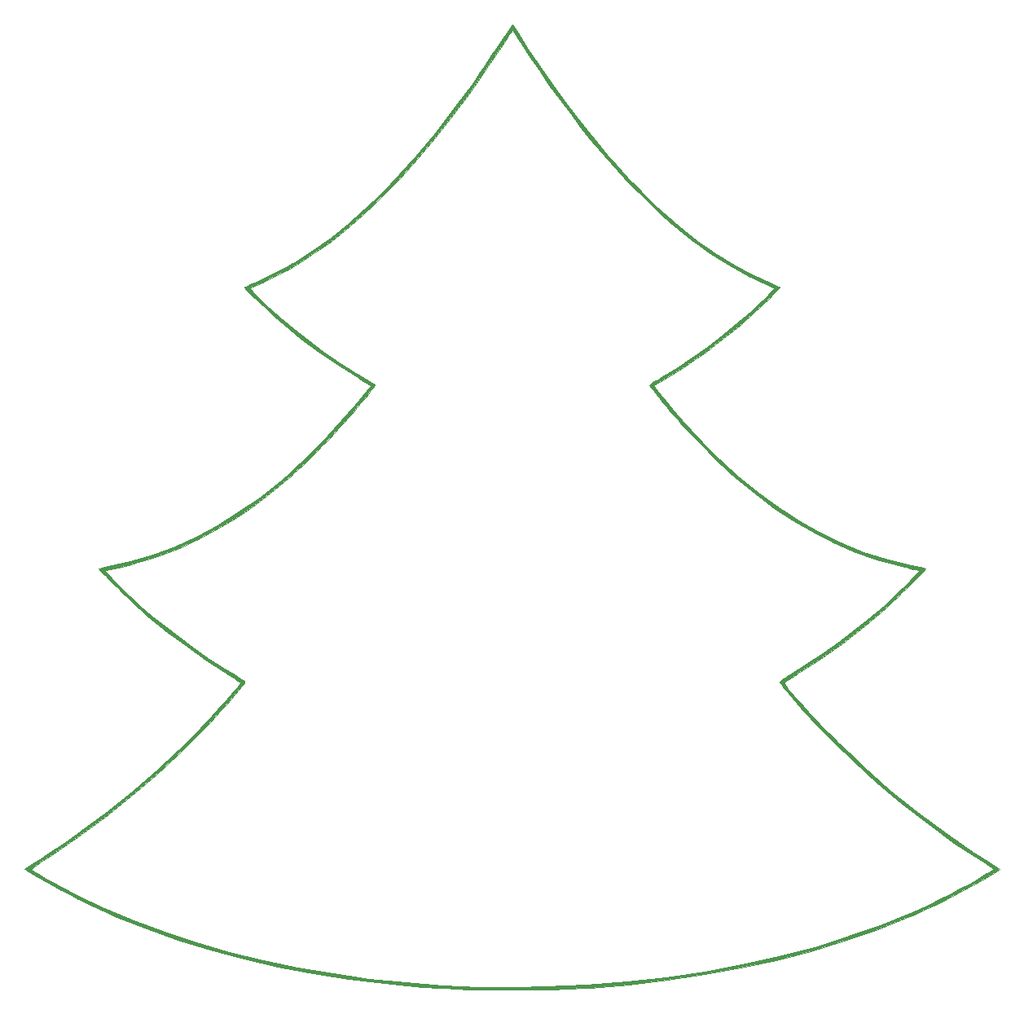
<source format=gm1>
G04 #@! TF.FileFunction,Profile,NP*
%FSLAX46Y46*%
G04 Gerber Fmt 4.6, Leading zero omitted, Abs format (unit mm)*
G04 Created by KiCad (PCBNEW 4.0.5) date 04/19/17 16:41:43*
%MOMM*%
%LPD*%
G01*
G04 APERTURE LIST*
%ADD10C,0.100000*%
%ADD11C,0.010000*%
G04 APERTURE END LIST*
D10*
D11*
G36*
X151600127Y-49513094D02*
X152829179Y-51419890D01*
X154138575Y-53359569D01*
X155506162Y-55302122D01*
X156909787Y-57217536D01*
X158327299Y-59075800D01*
X159736544Y-60846901D01*
X161115370Y-62500829D01*
X161605215Y-63067713D01*
X162139902Y-63666606D01*
X162757688Y-64335859D01*
X163431598Y-65047900D01*
X164134655Y-65775157D01*
X164839883Y-66490060D01*
X165520307Y-67165037D01*
X166148949Y-67772516D01*
X166698833Y-68284927D01*
X166793333Y-68370296D01*
X168628518Y-69946746D01*
X170462907Y-71380954D01*
X172289705Y-72668443D01*
X174102114Y-73804733D01*
X175893339Y-74785348D01*
X177656581Y-75605810D01*
X177977561Y-75739027D01*
X178354588Y-75895396D01*
X178674624Y-76033550D01*
X178904647Y-76138856D01*
X179011631Y-76196682D01*
X179012822Y-76197742D01*
X178973867Y-76272053D01*
X178823454Y-76444188D01*
X178576923Y-76699744D01*
X178249616Y-77024315D01*
X177856877Y-77403498D01*
X177414045Y-77822888D01*
X176936464Y-78268081D01*
X176439475Y-78724672D01*
X175938420Y-79178258D01*
X175448641Y-79614433D01*
X174985479Y-80018793D01*
X174564277Y-80376935D01*
X174540333Y-80396924D01*
X173481777Y-81260129D01*
X172418560Y-82086137D01*
X171325922Y-82892264D01*
X170179103Y-83695829D01*
X168953342Y-84514146D01*
X167623879Y-85364532D01*
X166165954Y-86264304D01*
X166050729Y-86334268D01*
X165986845Y-86378456D01*
X165955901Y-86430894D01*
X165969333Y-86510677D01*
X166038574Y-86636899D01*
X166175059Y-86828654D01*
X166390220Y-87105037D01*
X166695493Y-87485143D01*
X166866521Y-87696612D01*
X167894408Y-88932522D01*
X168988755Y-90185148D01*
X170124240Y-91428005D01*
X171275537Y-92634610D01*
X172417326Y-93778478D01*
X173524281Y-94833125D01*
X174571081Y-95772066D01*
X174667333Y-95855020D01*
X176782874Y-97579954D01*
X178917322Y-99137778D01*
X181073564Y-100529956D01*
X183254487Y-101757954D01*
X185462975Y-102823235D01*
X187701917Y-103727263D01*
X189974197Y-104471503D01*
X192282704Y-105057418D01*
X193162291Y-105237377D01*
X193537547Y-105311828D01*
X193847151Y-105378240D01*
X194055801Y-105428716D01*
X194127544Y-105453322D01*
X194084141Y-105524254D01*
X193934782Y-105696389D01*
X193695586Y-105953578D01*
X193382676Y-106279675D01*
X193012172Y-106658533D01*
X192600196Y-107074003D01*
X192162867Y-107509940D01*
X191716307Y-107950195D01*
X191276637Y-108378622D01*
X190859977Y-108779073D01*
X190482449Y-109135402D01*
X190160173Y-109431459D01*
X190119000Y-109468414D01*
X187885300Y-111368717D01*
X185494909Y-113215090D01*
X182952861Y-115003779D01*
X180936277Y-116313693D01*
X180490422Y-116596569D01*
X180095883Y-116852520D01*
X179774458Y-117066939D01*
X179547945Y-117225222D01*
X179438144Y-117312761D01*
X179431457Y-117321963D01*
X179473127Y-117427636D01*
X179622169Y-117641683D01*
X179867281Y-117951687D01*
X180197160Y-118345229D01*
X180600505Y-118809893D01*
X181066015Y-119333261D01*
X181582387Y-119902917D01*
X182138319Y-120506442D01*
X182722510Y-121131420D01*
X183323658Y-121765433D01*
X183930461Y-122396065D01*
X184531617Y-123010897D01*
X185115825Y-123597512D01*
X185388853Y-123867333D01*
X187893920Y-126229249D01*
X190539614Y-128533573D01*
X193301654Y-130761168D01*
X196155758Y-132892893D01*
X199077645Y-134909610D01*
X200853107Y-136056408D01*
X201850548Y-136684183D01*
X201232373Y-137082550D01*
X200408263Y-137592893D01*
X199455885Y-138147003D01*
X198405535Y-138729221D01*
X197287507Y-139323888D01*
X196132097Y-139915345D01*
X194969601Y-140487933D01*
X193830313Y-141025993D01*
X192744530Y-141513867D01*
X192241396Y-141729780D01*
X189014902Y-143007198D01*
X185667703Y-144170263D01*
X182204956Y-145217904D01*
X178631815Y-146149049D01*
X174953437Y-146962628D01*
X171174978Y-147657568D01*
X167301595Y-148232800D01*
X163338443Y-148687251D01*
X159290679Y-149019850D01*
X156379333Y-149180944D01*
X155752985Y-149203118D01*
X154985312Y-149221097D01*
X154104273Y-149234900D01*
X153137824Y-149244547D01*
X152113923Y-149250057D01*
X151060526Y-149251449D01*
X150005590Y-149248741D01*
X148977074Y-149241954D01*
X148002933Y-149231105D01*
X147111124Y-149216216D01*
X146329606Y-149197303D01*
X145686334Y-149174387D01*
X145669000Y-149173617D01*
X141778293Y-148938072D01*
X137937528Y-148582777D01*
X134155739Y-148109730D01*
X130441957Y-147520925D01*
X126805214Y-146818358D01*
X123254544Y-146004024D01*
X119798977Y-145079918D01*
X116447548Y-144048037D01*
X113209287Y-142910374D01*
X110093228Y-141668926D01*
X108458000Y-140953132D01*
X107669818Y-140587464D01*
X106819727Y-140176727D01*
X105932119Y-139733899D01*
X105031385Y-139271960D01*
X104141918Y-138803887D01*
X103288108Y-138342661D01*
X102494348Y-137901260D01*
X101785028Y-137492664D01*
X101184542Y-137129850D01*
X100773481Y-136864151D01*
X100585880Y-136737248D01*
X101202773Y-136737248D01*
X101241727Y-136781721D01*
X101614533Y-137022835D01*
X102117567Y-137324079D01*
X102727910Y-137673333D01*
X103422644Y-138058475D01*
X104178851Y-138467385D01*
X104973614Y-138887942D01*
X105784013Y-139308025D01*
X106587130Y-139715512D01*
X107360049Y-140098284D01*
X108079849Y-140444219D01*
X108723614Y-140741196D01*
X108754333Y-140754962D01*
X111836797Y-142052804D01*
X115043079Y-143245426D01*
X118362888Y-144330995D01*
X121785933Y-145307675D01*
X125301921Y-146173633D01*
X128900562Y-146927034D01*
X132571564Y-147566043D01*
X136304636Y-148088826D01*
X140089487Y-148493548D01*
X143915824Y-148778375D01*
X147773356Y-148941473D01*
X151651793Y-148981006D01*
X154601333Y-148927457D01*
X158906011Y-148729159D01*
X163109837Y-148399686D01*
X167211877Y-147939225D01*
X171211197Y-147347965D01*
X175106863Y-146626092D01*
X178897941Y-145773796D01*
X182583499Y-144791262D01*
X186162601Y-143678680D01*
X189634315Y-142436236D01*
X192362667Y-141336647D01*
X193365679Y-140896677D01*
X194435434Y-140401072D01*
X195541011Y-139865774D01*
X196651493Y-139306725D01*
X197735961Y-138739868D01*
X198763497Y-138181145D01*
X199703182Y-137646497D01*
X200524098Y-137151867D01*
X200725424Y-137024655D01*
X201256515Y-136685017D01*
X200134257Y-135970008D01*
X197228579Y-134037648D01*
X194379199Y-131981440D01*
X191602324Y-129815455D01*
X188914165Y-127553764D01*
X186330928Y-125210439D01*
X183868823Y-122799550D01*
X181544059Y-120335168D01*
X179723822Y-118251353D01*
X179438976Y-117903897D01*
X179204830Y-117600535D01*
X179038327Y-117364696D01*
X178956412Y-117219809D01*
X178954047Y-117186916D01*
X179049728Y-117121845D01*
X179261624Y-116986503D01*
X179561367Y-116798752D01*
X179920582Y-116576459D01*
X180043667Y-116500819D01*
X181778604Y-115401751D01*
X183503193Y-114242017D01*
X185187350Y-113043652D01*
X186800994Y-111828690D01*
X188314042Y-110619164D01*
X189696413Y-109437109D01*
X189738000Y-109400121D01*
X190064259Y-109103555D01*
X190444248Y-108748288D01*
X190860849Y-108351322D01*
X191296942Y-107929661D01*
X191735411Y-107500306D01*
X192159136Y-107080262D01*
X192551000Y-106686531D01*
X192893885Y-106336116D01*
X193170671Y-106046020D01*
X193364242Y-105833246D01*
X193457479Y-105714797D01*
X193463333Y-105699857D01*
X193387689Y-105629170D01*
X193195393Y-105563883D01*
X193066635Y-105539071D01*
X192846813Y-105498112D01*
X192501876Y-105424338D01*
X192070860Y-105326510D01*
X191592800Y-105213389D01*
X191330024Y-105149324D01*
X189083477Y-104519357D01*
X186882454Y-103746777D01*
X184720366Y-102827934D01*
X182590621Y-101759180D01*
X180486631Y-100536865D01*
X178401804Y-99157341D01*
X176329551Y-97616958D01*
X174263282Y-95912069D01*
X173609000Y-95337170D01*
X173143715Y-94909638D01*
X172591068Y-94380932D01*
X171976027Y-93776586D01*
X171323562Y-93122136D01*
X170658642Y-92443118D01*
X170006236Y-91765067D01*
X169391313Y-91113518D01*
X168838841Y-90514007D01*
X168373792Y-89992068D01*
X168306895Y-89914830D01*
X167964261Y-89513275D01*
X167593204Y-89071521D01*
X167209050Y-88608536D01*
X166827126Y-88143286D01*
X166462755Y-87694739D01*
X166131264Y-87281863D01*
X165847979Y-86923623D01*
X165628224Y-86638988D01*
X165487325Y-86446924D01*
X165440474Y-86367293D01*
X165510147Y-86309206D01*
X165700733Y-86182538D01*
X165986595Y-86003540D01*
X166342094Y-85788462D01*
X166519974Y-85683048D01*
X168110587Y-84704814D01*
X169726425Y-83632028D01*
X171338744Y-82486791D01*
X172918798Y-81291203D01*
X174437842Y-80067366D01*
X175867132Y-78837380D01*
X177177923Y-77623347D01*
X177794347Y-77014610D01*
X178093574Y-76709882D01*
X178287119Y-76502757D01*
X178389026Y-76371094D01*
X178413345Y-76292750D01*
X178374120Y-76245586D01*
X178302347Y-76213867D01*
X177059359Y-75693912D01*
X175740143Y-75054582D01*
X174371213Y-74311108D01*
X172979082Y-73478719D01*
X171590264Y-72572644D01*
X170231271Y-71608113D01*
X170053000Y-71475348D01*
X168792194Y-70485494D01*
X167471953Y-69363128D01*
X166110465Y-68126232D01*
X164725919Y-66792788D01*
X163336505Y-65380777D01*
X161960410Y-63908182D01*
X160615824Y-62392984D01*
X159373730Y-60917667D01*
X158349507Y-59638603D01*
X157273222Y-58240103D01*
X156168146Y-56754380D01*
X155057554Y-55213651D01*
X153964718Y-53650128D01*
X152912912Y-52096027D01*
X152064328Y-50800000D01*
X151801961Y-50393738D01*
X151569728Y-50036534D01*
X151383777Y-49753033D01*
X151260253Y-49567881D01*
X151217357Y-49507274D01*
X151154611Y-49551205D01*
X151019911Y-49715775D01*
X150830523Y-49977703D01*
X150603712Y-50313708D01*
X150495277Y-50480941D01*
X148693661Y-53213923D01*
X146869055Y-55825763D01*
X145026316Y-58310745D01*
X143170304Y-60663154D01*
X141305876Y-62877274D01*
X139437890Y-64947388D01*
X137571204Y-66867783D01*
X135710676Y-68632741D01*
X133861165Y-70236548D01*
X133350000Y-70652698D01*
X132041969Y-71657329D01*
X130679123Y-72619516D01*
X129287767Y-73523543D01*
X127894205Y-74353693D01*
X126524741Y-75094250D01*
X125205682Y-75729497D01*
X124042319Y-76213867D01*
X123960576Y-76251952D01*
X123930578Y-76302619D01*
X123966371Y-76388008D01*
X124082002Y-76530262D01*
X124291517Y-76751521D01*
X124550319Y-77014610D01*
X125754395Y-78178715D01*
X127090900Y-79373398D01*
X128531283Y-80576708D01*
X130046993Y-81766693D01*
X131609479Y-82921402D01*
X133190192Y-84018883D01*
X134760579Y-85037184D01*
X135824692Y-85683048D01*
X136203500Y-85909663D01*
X136524294Y-86108330D01*
X136761413Y-86262625D01*
X136889195Y-86356121D01*
X136904192Y-86374059D01*
X136852918Y-86460216D01*
X136707344Y-86657735D01*
X136482195Y-86948407D01*
X136192192Y-87314024D01*
X135852058Y-87736381D01*
X135476517Y-88197267D01*
X135080290Y-88678477D01*
X134678101Y-89161802D01*
X134284672Y-89629035D01*
X134040172Y-89916000D01*
X133668076Y-90336865D01*
X133198926Y-90846283D01*
X132653633Y-91423206D01*
X132053104Y-92046584D01*
X131418250Y-92695372D01*
X130769981Y-93348520D01*
X130129204Y-93984980D01*
X129516830Y-94583704D01*
X128953767Y-95123645D01*
X128460926Y-95583755D01*
X128059215Y-95942984D01*
X128016000Y-95980132D01*
X126090164Y-97560682D01*
X124190273Y-98985552D01*
X122301649Y-100263450D01*
X120409611Y-101403085D01*
X118499483Y-102413165D01*
X116556584Y-103302398D01*
X114566235Y-104079493D01*
X114069800Y-104253734D01*
X113532042Y-104430064D01*
X112911597Y-104619732D01*
X112242313Y-104813646D01*
X111558038Y-105002718D01*
X110892621Y-105177860D01*
X110279911Y-105329982D01*
X109753757Y-105449996D01*
X109348006Y-105528811D01*
X109283500Y-105538947D01*
X109048068Y-105592954D01*
X108903619Y-105663155D01*
X108881333Y-105699857D01*
X108939869Y-105785497D01*
X109104063Y-105970751D01*
X109356798Y-106238617D01*
X109680956Y-106572090D01*
X110059419Y-106954169D01*
X110475067Y-107367850D01*
X110910784Y-107796131D01*
X111349450Y-108222007D01*
X111773949Y-108628477D01*
X112167161Y-108998537D01*
X112511968Y-109315185D01*
X112606667Y-109400121D01*
X113809285Y-110433176D01*
X115138816Y-111506566D01*
X116564841Y-112598009D01*
X118056943Y-113685226D01*
X119584702Y-114745934D01*
X121117701Y-115757852D01*
X122301000Y-116501087D01*
X122673687Y-116730920D01*
X122996336Y-116932320D01*
X123240443Y-117087314D01*
X123377505Y-117177927D01*
X123394052Y-117190349D01*
X123370442Y-117277918D01*
X123241140Y-117475800D01*
X123016986Y-117771443D01*
X122708816Y-118152299D01*
X122327468Y-118605819D01*
X121883780Y-119119451D01*
X121388590Y-119680648D01*
X120852736Y-120276859D01*
X120287055Y-120895535D01*
X119702384Y-121524126D01*
X119123026Y-122135999D01*
X116761685Y-124506530D01*
X114256202Y-126831236D01*
X111629605Y-129091281D01*
X108904919Y-131267827D01*
X106105172Y-133342039D01*
X103253390Y-135295082D01*
X102213893Y-135967788D01*
X101790624Y-136240187D01*
X101494983Y-136439012D01*
X101309865Y-136578582D01*
X101218163Y-136673220D01*
X101202773Y-136737248D01*
X100585880Y-136737248D01*
X100497296Y-136677326D01*
X101027481Y-136353095D01*
X101497017Y-136059164D01*
X102074758Y-135686667D01*
X102731122Y-135255468D01*
X103436527Y-134785430D01*
X104161393Y-134296418D01*
X104876137Y-133808296D01*
X105551178Y-133340929D01*
X106156934Y-132914181D01*
X106286144Y-132821859D01*
X109014140Y-130794042D01*
X111606538Y-128715912D01*
X114095456Y-126560497D01*
X116513012Y-124300828D01*
X116997600Y-123827303D01*
X117574881Y-123252564D01*
X118173071Y-122645127D01*
X118780905Y-122017382D01*
X119387112Y-121381723D01*
X119980425Y-120750540D01*
X120549576Y-120136225D01*
X121083296Y-119551170D01*
X121570317Y-119007766D01*
X121999371Y-118518406D01*
X122359190Y-118095481D01*
X122638506Y-117751382D01*
X122826049Y-117498502D01*
X122910552Y-117349231D01*
X122913196Y-117321922D01*
X122836487Y-117254836D01*
X122637333Y-117113040D01*
X122337267Y-116910955D01*
X121957820Y-116663000D01*
X121520527Y-116383594D01*
X121374934Y-116291808D01*
X119327491Y-114955685D01*
X117305647Y-113539668D01*
X115353630Y-112076038D01*
X113515664Y-110597077D01*
X113144868Y-110284634D01*
X112863315Y-110037849D01*
X112510619Y-109716868D01*
X112101860Y-109336462D01*
X111652116Y-108911402D01*
X111176463Y-108456458D01*
X110689981Y-107986400D01*
X110207746Y-107516000D01*
X109744838Y-107060027D01*
X109316335Y-106633253D01*
X108937313Y-106250448D01*
X108622851Y-105926382D01*
X108388028Y-105675826D01*
X108247921Y-105513551D01*
X108215082Y-105455363D01*
X108309857Y-105424021D01*
X108535781Y-105370113D01*
X108857444Y-105301620D01*
X109182375Y-105237377D01*
X111535143Y-104702352D01*
X113852634Y-104004236D01*
X116135932Y-103142477D01*
X118386126Y-102116523D01*
X120604302Y-100925823D01*
X122791547Y-99569826D01*
X124948946Y-98047980D01*
X127077588Y-96359734D01*
X127673778Y-95852663D01*
X129098295Y-94571862D01*
X130556964Y-93163122D01*
X132021810Y-91656029D01*
X133464856Y-90080169D01*
X134858128Y-88465127D01*
X136067504Y-86975739D01*
X136482527Y-86448479D01*
X136292097Y-86331189D01*
X136151551Y-86245071D01*
X135899086Y-86090795D01*
X135567384Y-85888318D01*
X135189126Y-85657596D01*
X135085667Y-85594519D01*
X133066604Y-84306090D01*
X131061447Y-82915003D01*
X129127193Y-81461955D01*
X127804333Y-80395169D01*
X127387976Y-80042349D01*
X126928322Y-79642031D01*
X126440734Y-79208638D01*
X125940578Y-78756590D01*
X125443218Y-78300308D01*
X124964017Y-77854213D01*
X124518341Y-77432725D01*
X124121553Y-77050266D01*
X123789018Y-76721257D01*
X123536101Y-76460118D01*
X123378165Y-76281271D01*
X123330575Y-76199136D01*
X123331844Y-76197313D01*
X123437661Y-76138825D01*
X123662018Y-76038031D01*
X123965037Y-75912444D01*
X124121333Y-75850597D01*
X124594652Y-75652359D01*
X125176132Y-75387393D01*
X125827915Y-75074718D01*
X126512146Y-74733354D01*
X127190969Y-74382320D01*
X127826526Y-74040637D01*
X128380962Y-73727324D01*
X128566333Y-73617349D01*
X130399192Y-72441538D01*
X132217682Y-71134395D01*
X134025853Y-69691870D01*
X135827758Y-68109910D01*
X137627450Y-66384463D01*
X139428979Y-64511477D01*
X141236399Y-62486901D01*
X143053761Y-60306681D01*
X144885117Y-57966766D01*
X146734520Y-55463105D01*
X146769566Y-55414333D01*
X147037287Y-55035839D01*
X147379523Y-54543055D01*
X147777740Y-53963169D01*
X148213403Y-53323367D01*
X148667979Y-52650837D01*
X149122935Y-51972766D01*
X149436100Y-51502761D01*
X151190510Y-48861189D01*
X151600127Y-49513094D01*
X151600127Y-49513094D01*
G37*
X151600127Y-49513094D02*
X152829179Y-51419890D01*
X154138575Y-53359569D01*
X155506162Y-55302122D01*
X156909787Y-57217536D01*
X158327299Y-59075800D01*
X159736544Y-60846901D01*
X161115370Y-62500829D01*
X161605215Y-63067713D01*
X162139902Y-63666606D01*
X162757688Y-64335859D01*
X163431598Y-65047900D01*
X164134655Y-65775157D01*
X164839883Y-66490060D01*
X165520307Y-67165037D01*
X166148949Y-67772516D01*
X166698833Y-68284927D01*
X166793333Y-68370296D01*
X168628518Y-69946746D01*
X170462907Y-71380954D01*
X172289705Y-72668443D01*
X174102114Y-73804733D01*
X175893339Y-74785348D01*
X177656581Y-75605810D01*
X177977561Y-75739027D01*
X178354588Y-75895396D01*
X178674624Y-76033550D01*
X178904647Y-76138856D01*
X179011631Y-76196682D01*
X179012822Y-76197742D01*
X178973867Y-76272053D01*
X178823454Y-76444188D01*
X178576923Y-76699744D01*
X178249616Y-77024315D01*
X177856877Y-77403498D01*
X177414045Y-77822888D01*
X176936464Y-78268081D01*
X176439475Y-78724672D01*
X175938420Y-79178258D01*
X175448641Y-79614433D01*
X174985479Y-80018793D01*
X174564277Y-80376935D01*
X174540333Y-80396924D01*
X173481777Y-81260129D01*
X172418560Y-82086137D01*
X171325922Y-82892264D01*
X170179103Y-83695829D01*
X168953342Y-84514146D01*
X167623879Y-85364532D01*
X166165954Y-86264304D01*
X166050729Y-86334268D01*
X165986845Y-86378456D01*
X165955901Y-86430894D01*
X165969333Y-86510677D01*
X166038574Y-86636899D01*
X166175059Y-86828654D01*
X166390220Y-87105037D01*
X166695493Y-87485143D01*
X166866521Y-87696612D01*
X167894408Y-88932522D01*
X168988755Y-90185148D01*
X170124240Y-91428005D01*
X171275537Y-92634610D01*
X172417326Y-93778478D01*
X173524281Y-94833125D01*
X174571081Y-95772066D01*
X174667333Y-95855020D01*
X176782874Y-97579954D01*
X178917322Y-99137778D01*
X181073564Y-100529956D01*
X183254487Y-101757954D01*
X185462975Y-102823235D01*
X187701917Y-103727263D01*
X189974197Y-104471503D01*
X192282704Y-105057418D01*
X193162291Y-105237377D01*
X193537547Y-105311828D01*
X193847151Y-105378240D01*
X194055801Y-105428716D01*
X194127544Y-105453322D01*
X194084141Y-105524254D01*
X193934782Y-105696389D01*
X193695586Y-105953578D01*
X193382676Y-106279675D01*
X193012172Y-106658533D01*
X192600196Y-107074003D01*
X192162867Y-107509940D01*
X191716307Y-107950195D01*
X191276637Y-108378622D01*
X190859977Y-108779073D01*
X190482449Y-109135402D01*
X190160173Y-109431459D01*
X190119000Y-109468414D01*
X187885300Y-111368717D01*
X185494909Y-113215090D01*
X182952861Y-115003779D01*
X180936277Y-116313693D01*
X180490422Y-116596569D01*
X180095883Y-116852520D01*
X179774458Y-117066939D01*
X179547945Y-117225222D01*
X179438144Y-117312761D01*
X179431457Y-117321963D01*
X179473127Y-117427636D01*
X179622169Y-117641683D01*
X179867281Y-117951687D01*
X180197160Y-118345229D01*
X180600505Y-118809893D01*
X181066015Y-119333261D01*
X181582387Y-119902917D01*
X182138319Y-120506442D01*
X182722510Y-121131420D01*
X183323658Y-121765433D01*
X183930461Y-122396065D01*
X184531617Y-123010897D01*
X185115825Y-123597512D01*
X185388853Y-123867333D01*
X187893920Y-126229249D01*
X190539614Y-128533573D01*
X193301654Y-130761168D01*
X196155758Y-132892893D01*
X199077645Y-134909610D01*
X200853107Y-136056408D01*
X201850548Y-136684183D01*
X201232373Y-137082550D01*
X200408263Y-137592893D01*
X199455885Y-138147003D01*
X198405535Y-138729221D01*
X197287507Y-139323888D01*
X196132097Y-139915345D01*
X194969601Y-140487933D01*
X193830313Y-141025993D01*
X192744530Y-141513867D01*
X192241396Y-141729780D01*
X189014902Y-143007198D01*
X185667703Y-144170263D01*
X182204956Y-145217904D01*
X178631815Y-146149049D01*
X174953437Y-146962628D01*
X171174978Y-147657568D01*
X167301595Y-148232800D01*
X163338443Y-148687251D01*
X159290679Y-149019850D01*
X156379333Y-149180944D01*
X155752985Y-149203118D01*
X154985312Y-149221097D01*
X154104273Y-149234900D01*
X153137824Y-149244547D01*
X152113923Y-149250057D01*
X151060526Y-149251449D01*
X150005590Y-149248741D01*
X148977074Y-149241954D01*
X148002933Y-149231105D01*
X147111124Y-149216216D01*
X146329606Y-149197303D01*
X145686334Y-149174387D01*
X145669000Y-149173617D01*
X141778293Y-148938072D01*
X137937528Y-148582777D01*
X134155739Y-148109730D01*
X130441957Y-147520925D01*
X126805214Y-146818358D01*
X123254544Y-146004024D01*
X119798977Y-145079918D01*
X116447548Y-144048037D01*
X113209287Y-142910374D01*
X110093228Y-141668926D01*
X108458000Y-140953132D01*
X107669818Y-140587464D01*
X106819727Y-140176727D01*
X105932119Y-139733899D01*
X105031385Y-139271960D01*
X104141918Y-138803887D01*
X103288108Y-138342661D01*
X102494348Y-137901260D01*
X101785028Y-137492664D01*
X101184542Y-137129850D01*
X100773481Y-136864151D01*
X100585880Y-136737248D01*
X101202773Y-136737248D01*
X101241727Y-136781721D01*
X101614533Y-137022835D01*
X102117567Y-137324079D01*
X102727910Y-137673333D01*
X103422644Y-138058475D01*
X104178851Y-138467385D01*
X104973614Y-138887942D01*
X105784013Y-139308025D01*
X106587130Y-139715512D01*
X107360049Y-140098284D01*
X108079849Y-140444219D01*
X108723614Y-140741196D01*
X108754333Y-140754962D01*
X111836797Y-142052804D01*
X115043079Y-143245426D01*
X118362888Y-144330995D01*
X121785933Y-145307675D01*
X125301921Y-146173633D01*
X128900562Y-146927034D01*
X132571564Y-147566043D01*
X136304636Y-148088826D01*
X140089487Y-148493548D01*
X143915824Y-148778375D01*
X147773356Y-148941473D01*
X151651793Y-148981006D01*
X154601333Y-148927457D01*
X158906011Y-148729159D01*
X163109837Y-148399686D01*
X167211877Y-147939225D01*
X171211197Y-147347965D01*
X175106863Y-146626092D01*
X178897941Y-145773796D01*
X182583499Y-144791262D01*
X186162601Y-143678680D01*
X189634315Y-142436236D01*
X192362667Y-141336647D01*
X193365679Y-140896677D01*
X194435434Y-140401072D01*
X195541011Y-139865774D01*
X196651493Y-139306725D01*
X197735961Y-138739868D01*
X198763497Y-138181145D01*
X199703182Y-137646497D01*
X200524098Y-137151867D01*
X200725424Y-137024655D01*
X201256515Y-136685017D01*
X200134257Y-135970008D01*
X197228579Y-134037648D01*
X194379199Y-131981440D01*
X191602324Y-129815455D01*
X188914165Y-127553764D01*
X186330928Y-125210439D01*
X183868823Y-122799550D01*
X181544059Y-120335168D01*
X179723822Y-118251353D01*
X179438976Y-117903897D01*
X179204830Y-117600535D01*
X179038327Y-117364696D01*
X178956412Y-117219809D01*
X178954047Y-117186916D01*
X179049728Y-117121845D01*
X179261624Y-116986503D01*
X179561367Y-116798752D01*
X179920582Y-116576459D01*
X180043667Y-116500819D01*
X181778604Y-115401751D01*
X183503193Y-114242017D01*
X185187350Y-113043652D01*
X186800994Y-111828690D01*
X188314042Y-110619164D01*
X189696413Y-109437109D01*
X189738000Y-109400121D01*
X190064259Y-109103555D01*
X190444248Y-108748288D01*
X190860849Y-108351322D01*
X191296942Y-107929661D01*
X191735411Y-107500306D01*
X192159136Y-107080262D01*
X192551000Y-106686531D01*
X192893885Y-106336116D01*
X193170671Y-106046020D01*
X193364242Y-105833246D01*
X193457479Y-105714797D01*
X193463333Y-105699857D01*
X193387689Y-105629170D01*
X193195393Y-105563883D01*
X193066635Y-105539071D01*
X192846813Y-105498112D01*
X192501876Y-105424338D01*
X192070860Y-105326510D01*
X191592800Y-105213389D01*
X191330024Y-105149324D01*
X189083477Y-104519357D01*
X186882454Y-103746777D01*
X184720366Y-102827934D01*
X182590621Y-101759180D01*
X180486631Y-100536865D01*
X178401804Y-99157341D01*
X176329551Y-97616958D01*
X174263282Y-95912069D01*
X173609000Y-95337170D01*
X173143715Y-94909638D01*
X172591068Y-94380932D01*
X171976027Y-93776586D01*
X171323562Y-93122136D01*
X170658642Y-92443118D01*
X170006236Y-91765067D01*
X169391313Y-91113518D01*
X168838841Y-90514007D01*
X168373792Y-89992068D01*
X168306895Y-89914830D01*
X167964261Y-89513275D01*
X167593204Y-89071521D01*
X167209050Y-88608536D01*
X166827126Y-88143286D01*
X166462755Y-87694739D01*
X166131264Y-87281863D01*
X165847979Y-86923623D01*
X165628224Y-86638988D01*
X165487325Y-86446924D01*
X165440474Y-86367293D01*
X165510147Y-86309206D01*
X165700733Y-86182538D01*
X165986595Y-86003540D01*
X166342094Y-85788462D01*
X166519974Y-85683048D01*
X168110587Y-84704814D01*
X169726425Y-83632028D01*
X171338744Y-82486791D01*
X172918798Y-81291203D01*
X174437842Y-80067366D01*
X175867132Y-78837380D01*
X177177923Y-77623347D01*
X177794347Y-77014610D01*
X178093574Y-76709882D01*
X178287119Y-76502757D01*
X178389026Y-76371094D01*
X178413345Y-76292750D01*
X178374120Y-76245586D01*
X178302347Y-76213867D01*
X177059359Y-75693912D01*
X175740143Y-75054582D01*
X174371213Y-74311108D01*
X172979082Y-73478719D01*
X171590264Y-72572644D01*
X170231271Y-71608113D01*
X170053000Y-71475348D01*
X168792194Y-70485494D01*
X167471953Y-69363128D01*
X166110465Y-68126232D01*
X164725919Y-66792788D01*
X163336505Y-65380777D01*
X161960410Y-63908182D01*
X160615824Y-62392984D01*
X159373730Y-60917667D01*
X158349507Y-59638603D01*
X157273222Y-58240103D01*
X156168146Y-56754380D01*
X155057554Y-55213651D01*
X153964718Y-53650128D01*
X152912912Y-52096027D01*
X152064328Y-50800000D01*
X151801961Y-50393738D01*
X151569728Y-50036534D01*
X151383777Y-49753033D01*
X151260253Y-49567881D01*
X151217357Y-49507274D01*
X151154611Y-49551205D01*
X151019911Y-49715775D01*
X150830523Y-49977703D01*
X150603712Y-50313708D01*
X150495277Y-50480941D01*
X148693661Y-53213923D01*
X146869055Y-55825763D01*
X145026316Y-58310745D01*
X143170304Y-60663154D01*
X141305876Y-62877274D01*
X139437890Y-64947388D01*
X137571204Y-66867783D01*
X135710676Y-68632741D01*
X133861165Y-70236548D01*
X133350000Y-70652698D01*
X132041969Y-71657329D01*
X130679123Y-72619516D01*
X129287767Y-73523543D01*
X127894205Y-74353693D01*
X126524741Y-75094250D01*
X125205682Y-75729497D01*
X124042319Y-76213867D01*
X123960576Y-76251952D01*
X123930578Y-76302619D01*
X123966371Y-76388008D01*
X124082002Y-76530262D01*
X124291517Y-76751521D01*
X124550319Y-77014610D01*
X125754395Y-78178715D01*
X127090900Y-79373398D01*
X128531283Y-80576708D01*
X130046993Y-81766693D01*
X131609479Y-82921402D01*
X133190192Y-84018883D01*
X134760579Y-85037184D01*
X135824692Y-85683048D01*
X136203500Y-85909663D01*
X136524294Y-86108330D01*
X136761413Y-86262625D01*
X136889195Y-86356121D01*
X136904192Y-86374059D01*
X136852918Y-86460216D01*
X136707344Y-86657735D01*
X136482195Y-86948407D01*
X136192192Y-87314024D01*
X135852058Y-87736381D01*
X135476517Y-88197267D01*
X135080290Y-88678477D01*
X134678101Y-89161802D01*
X134284672Y-89629035D01*
X134040172Y-89916000D01*
X133668076Y-90336865D01*
X133198926Y-90846283D01*
X132653633Y-91423206D01*
X132053104Y-92046584D01*
X131418250Y-92695372D01*
X130769981Y-93348520D01*
X130129204Y-93984980D01*
X129516830Y-94583704D01*
X128953767Y-95123645D01*
X128460926Y-95583755D01*
X128059215Y-95942984D01*
X128016000Y-95980132D01*
X126090164Y-97560682D01*
X124190273Y-98985552D01*
X122301649Y-100263450D01*
X120409611Y-101403085D01*
X118499483Y-102413165D01*
X116556584Y-103302398D01*
X114566235Y-104079493D01*
X114069800Y-104253734D01*
X113532042Y-104430064D01*
X112911597Y-104619732D01*
X112242313Y-104813646D01*
X111558038Y-105002718D01*
X110892621Y-105177860D01*
X110279911Y-105329982D01*
X109753757Y-105449996D01*
X109348006Y-105528811D01*
X109283500Y-105538947D01*
X109048068Y-105592954D01*
X108903619Y-105663155D01*
X108881333Y-105699857D01*
X108939869Y-105785497D01*
X109104063Y-105970751D01*
X109356798Y-106238617D01*
X109680956Y-106572090D01*
X110059419Y-106954169D01*
X110475067Y-107367850D01*
X110910784Y-107796131D01*
X111349450Y-108222007D01*
X111773949Y-108628477D01*
X112167161Y-108998537D01*
X112511968Y-109315185D01*
X112606667Y-109400121D01*
X113809285Y-110433176D01*
X115138816Y-111506566D01*
X116564841Y-112598009D01*
X118056943Y-113685226D01*
X119584702Y-114745934D01*
X121117701Y-115757852D01*
X122301000Y-116501087D01*
X122673687Y-116730920D01*
X122996336Y-116932320D01*
X123240443Y-117087314D01*
X123377505Y-117177927D01*
X123394052Y-117190349D01*
X123370442Y-117277918D01*
X123241140Y-117475800D01*
X123016986Y-117771443D01*
X122708816Y-118152299D01*
X122327468Y-118605819D01*
X121883780Y-119119451D01*
X121388590Y-119680648D01*
X120852736Y-120276859D01*
X120287055Y-120895535D01*
X119702384Y-121524126D01*
X119123026Y-122135999D01*
X116761685Y-124506530D01*
X114256202Y-126831236D01*
X111629605Y-129091281D01*
X108904919Y-131267827D01*
X106105172Y-133342039D01*
X103253390Y-135295082D01*
X102213893Y-135967788D01*
X101790624Y-136240187D01*
X101494983Y-136439012D01*
X101309865Y-136578582D01*
X101218163Y-136673220D01*
X101202773Y-136737248D01*
X100585880Y-136737248D01*
X100497296Y-136677326D01*
X101027481Y-136353095D01*
X101497017Y-136059164D01*
X102074758Y-135686667D01*
X102731122Y-135255468D01*
X103436527Y-134785430D01*
X104161393Y-134296418D01*
X104876137Y-133808296D01*
X105551178Y-133340929D01*
X106156934Y-132914181D01*
X106286144Y-132821859D01*
X109014140Y-130794042D01*
X111606538Y-128715912D01*
X114095456Y-126560497D01*
X116513012Y-124300828D01*
X116997600Y-123827303D01*
X117574881Y-123252564D01*
X118173071Y-122645127D01*
X118780905Y-122017382D01*
X119387112Y-121381723D01*
X119980425Y-120750540D01*
X120549576Y-120136225D01*
X121083296Y-119551170D01*
X121570317Y-119007766D01*
X121999371Y-118518406D01*
X122359190Y-118095481D01*
X122638506Y-117751382D01*
X122826049Y-117498502D01*
X122910552Y-117349231D01*
X122913196Y-117321922D01*
X122836487Y-117254836D01*
X122637333Y-117113040D01*
X122337267Y-116910955D01*
X121957820Y-116663000D01*
X121520527Y-116383594D01*
X121374934Y-116291808D01*
X119327491Y-114955685D01*
X117305647Y-113539668D01*
X115353630Y-112076038D01*
X113515664Y-110597077D01*
X113144868Y-110284634D01*
X112863315Y-110037849D01*
X112510619Y-109716868D01*
X112101860Y-109336462D01*
X111652116Y-108911402D01*
X111176463Y-108456458D01*
X110689981Y-107986400D01*
X110207746Y-107516000D01*
X109744838Y-107060027D01*
X109316335Y-106633253D01*
X108937313Y-106250448D01*
X108622851Y-105926382D01*
X108388028Y-105675826D01*
X108247921Y-105513551D01*
X108215082Y-105455363D01*
X108309857Y-105424021D01*
X108535781Y-105370113D01*
X108857444Y-105301620D01*
X109182375Y-105237377D01*
X111535143Y-104702352D01*
X113852634Y-104004236D01*
X116135932Y-103142477D01*
X118386126Y-102116523D01*
X120604302Y-100925823D01*
X122791547Y-99569826D01*
X124948946Y-98047980D01*
X127077588Y-96359734D01*
X127673778Y-95852663D01*
X129098295Y-94571862D01*
X130556964Y-93163122D01*
X132021810Y-91656029D01*
X133464856Y-90080169D01*
X134858128Y-88465127D01*
X136067504Y-86975739D01*
X136482527Y-86448479D01*
X136292097Y-86331189D01*
X136151551Y-86245071D01*
X135899086Y-86090795D01*
X135567384Y-85888318D01*
X135189126Y-85657596D01*
X135085667Y-85594519D01*
X133066604Y-84306090D01*
X131061447Y-82915003D01*
X129127193Y-81461955D01*
X127804333Y-80395169D01*
X127387976Y-80042349D01*
X126928322Y-79642031D01*
X126440734Y-79208638D01*
X125940578Y-78756590D01*
X125443218Y-78300308D01*
X124964017Y-77854213D01*
X124518341Y-77432725D01*
X124121553Y-77050266D01*
X123789018Y-76721257D01*
X123536101Y-76460118D01*
X123378165Y-76281271D01*
X123330575Y-76199136D01*
X123331844Y-76197313D01*
X123437661Y-76138825D01*
X123662018Y-76038031D01*
X123965037Y-75912444D01*
X124121333Y-75850597D01*
X124594652Y-75652359D01*
X125176132Y-75387393D01*
X125827915Y-75074718D01*
X126512146Y-74733354D01*
X127190969Y-74382320D01*
X127826526Y-74040637D01*
X128380962Y-73727324D01*
X128566333Y-73617349D01*
X130399192Y-72441538D01*
X132217682Y-71134395D01*
X134025853Y-69691870D01*
X135827758Y-68109910D01*
X137627450Y-66384463D01*
X139428979Y-64511477D01*
X141236399Y-62486901D01*
X143053761Y-60306681D01*
X144885117Y-57966766D01*
X146734520Y-55463105D01*
X146769566Y-55414333D01*
X147037287Y-55035839D01*
X147379523Y-54543055D01*
X147777740Y-53963169D01*
X148213403Y-53323367D01*
X148667979Y-52650837D01*
X149122935Y-51972766D01*
X149436100Y-51502761D01*
X151190510Y-48861189D01*
X151600127Y-49513094D01*
M02*

</source>
